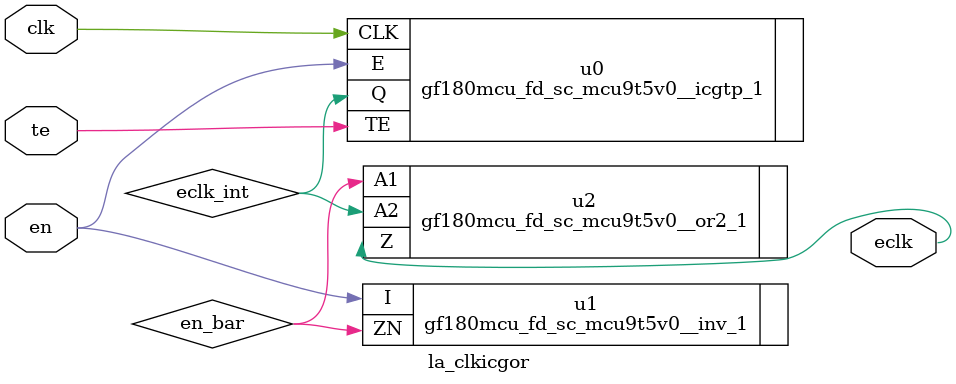
<source format=v>

module la_clkicgor #(
    parameter PROP = "DEFAULT"
) (
    input  clk,  // clock input
    input  te,   // test enable
    input  en,   // enable
    output eclk  // enabled clock output
);

  // reg en_stable;

  // always @(clk or en or te) if (clk) en_stable <= en | te;

  // assign eclk = clk | ~en_stable;

  wire eclk_int;
  wire en_bar;

  gf180mcu_fd_sc_mcu9t5v0__icgtp_1 u0 (
      .CLK(clk),
      .E  (en),
      .TE (te),
      .Q  (eclk_int)
  );

  gf180mcu_fd_sc_mcu9t5v0__inv_1 u1 (
      .I (en),
      .ZN(en_bar)
  );
  gf180mcu_fd_sc_mcu9t5v0__or2_1 u2 (
      .A1(en_bar),
      .A2(eclk_int),
      .Z (eclk)
  );


endmodule

</source>
